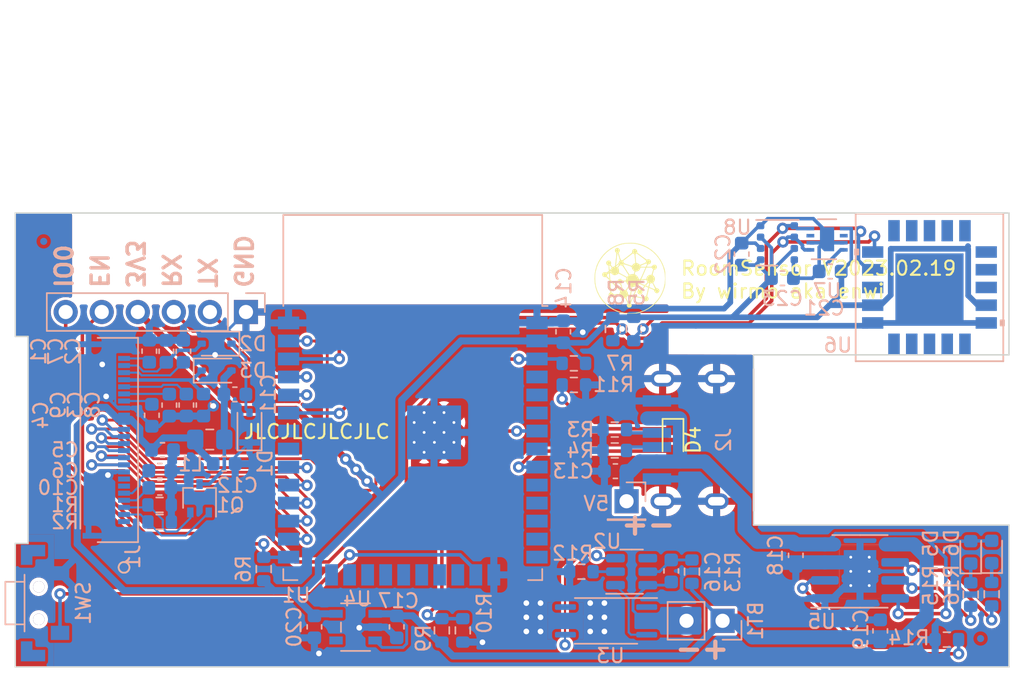
<source format=kicad_pcb>
(kicad_pcb (version 20221018) (generator pcbnew)
  (layers (0 "F.Cu" signal) (31 "B.Cu" signal) (34 "B.Paste" user) (35 "F.Paste" user) (36 "B.SilkS" user "B.Silkscreen") (37 "F.SilkS" user "F.Silkscreen") (38 "B.Mask" user) (39 "F.Mask" user) (44 "Edge.Cuts" user))
  (net 0 "")
  (net 1 "Net-(D1-A)")
  (net 2 "Net-(D2-A)")
  (net 3 "Net-(D3-K)")
  (net 4 "Net-(D3-A)")
  (net 5 "Net-(J2-CC1)")
  (net 6 "Net-(J2-CC2)")
  (net 7 "Net-(Q1-G)")
  (net 8 "Net-(Q1-S)")
  (net 9 "+3V3")
  (net 10 "ESP_EN")
  (net 11 "ESP_SEN_VP")
  (net 12 "ESP_SEN_VN")
  (net 13 "ESP_IO34")
  (net 14 "ESP_IO35")
  (net 15 "ESP_IO32")
  (net 16 "ESP_IO33")
  (net 17 "ESP_IO25")
  (net 18 "ESP_IO26")
  (net 19 "ESP_IO27")
  (net 20 "ESP_IO14")
  (net 21 "ESP_IO13")
  (net 22 "ESP_IO0")
  (net 23 "ESP_IO16")
  (net 24 "ESP_IO19")
  (net 25 "ESP_IO21")
  (net 26 "ESP_RX")
  (net 27 "ESP_TX")
  (net 28 "ESP_IO22")
  (net 29 "ESP_IO23")
  (net 30 "+5V")
  (net 31 "Net-(C1-Pad1)")
  (net 32 "Net-(C2-Pad1)")
  (net 33 "Net-(C3-Pad1)")
  (net 34 "Net-(C4-Pad1)")
  (net 35 "Net-(C6-Pad1)")
  (net 36 "Net-(C9-Pad1)")
  (net 37 "Net-(C10-Pad1)")
  (net 38 "+BATT")
  (net 42 "BUSY")
  (net 43 "DC")
  (net 44 "CS")
  (net 45 "CLK")
  (net 46 "b-")
  (net 47 "-BATT")
  (net 48 "Net-(D5-K)")
  (net 49 "Net-(D6-K)")
  (net 50 "Net-(U2-VCC)")
  (net 51 "Net-(D4-K)")
  (net 52 "Net-(U2-CS)")
  (net 53 "Net-(U5-PROG)")
  (net 54 "Net-(U5-CHRG)")
  (net 55 "Net-(U5-STDBY)")
  (net 67 "Net-(U2-OC)")
  (net 68 "Net-(U2-OD)")
  (footprint "Symbols_Custom:enwi_5mm" (layer "F.Cu") (at 43.3 4.6)
    (fp_text reference "Ref**" hide)
    (fp_text value "Val**" hide)
  )
  (footprint "LED_SMD:LED_0603_1608Metric" (layer "F.Cu") (at 46.333 16 -90)
    (fp_text reference "D4")
    (fp_text value "Red")
  )
  (footprint "Capacitor_SMD:C_0603_1608Metric" (layer "B.Cu") (at 13.26 13.54 -90)
    (fp_text reference "C8")
    (fp_text value "1uF")
  )
  (footprint "Resistor_SMD:R_0603_1608Metric" (layer "B.Cu") (at 42.23 15.27)
    (fp_text reference "R3")
    (fp_text value "100")
  )
  (footprint "ultralibrarian:SCD40-D-R1" (layer "B.Cu") (at 64.4 5.25 90)
    (fp_text reference "U6")
    (fp_text value "SCD40-D-R1" hide)
  )
  (footprint "Diode_SMD:D_SOD-323" (layer "B.Cu") (at 16.5 15.13 90)
    (fp_text reference "D1")
    (fp_text value "1N5819W")
  )
  (footprint "Connector_PinHeader_2.54mm:PinHeader_1x02_P2.54mm_Vertical" (layer "B.Cu") (at 49.825 28.75 90)
    (fp_text reference "BT1")
    (fp_text value "Battery_Cell")
  )
  (footprint "Resistor_SMD:R_0603_1608Metric" (layer "B.Cu") (at 10.17 21.78)
    (fp_text reference "R2")
    (fp_text value "10k")
  )
  (footprint "Resistor_SMD:R_0603_1608Metric" (layer "B.Cu") (at 42.23 16.74)
    (fp_text reference "R4")
    (fp_text value "100")
  )
  (footprint "Capacitor_SMD:C_0603_1608Metric" (layer "B.Cu") (at 42.275 18.2)
    (fp_text reference "C13")
    (fp_text value "10uF")
  )
  (footprint "Capacitor_SMD:C_0603_1608Metric" (layer "B.Cu") (at 57.405 4.12 180)
    (fp_text reference "C21")
    (fp_text value "100n")
  )
  (footprint "Capacitor_SMD:C_0603_1608Metric" (layer "B.Cu") (at 46.2075 25.235052 90)
    (fp_text reference "C16")
    (fp_text value "0.1u")
  )
  (footprint "Capacitor_SMD:C_0603_1608Metric" (layer "B.Cu") (at 9.62 14.26 -90)
    (fp_text reference "C4")
    (fp_text value "1uF")
  )
  (footprint "Capacitor_SMD:C_0603_1608Metric" (layer "B.Cu") (at 15.47 12.79)
    (fp_text reference "C11")
    (fp_text value "4.7uF")
  )
  (footprint "Sensor_Humidity:Sensirion_DFN-8-1EP_2.5x2.5mm_P0.5mm_EP1.1x1.7mm" (layer "B.Cu") (at 57.185 1.85)
    (fp_text reference "U7")
    (fp_text value "SHT31-DIS")
  )
  (footprint "Capacitor_SMD:C_0603_1608Metric" (layer "B.Cu") (at 9.44 9.7425 90)
    (fp_text reference "C1")
    (fp_text value "1uF")
  )
  (footprint "Resistor_SMD:R_0603_1608Metric" (layer "B.Cu") (at 68.780478 26.8725 90)
    (fp_text reference "R16")
    (fp_text value "1k")
  )
  (footprint "Capacitor_SMD:C_0603_1608Metric" (layer "B.Cu") (at 38.6 8.375 90)
    (fp_text reference "C14")
    (fp_text value "100n")
  )
  (footprint "Resistor_SMD:R_0603_1608Metric" (layer "B.Cu") (at 65.625 30.075)
    (fp_text reference "R14")
    (fp_text value "4k")
  )
  (footprint "Resistor_SMD:R_0603_1608Metric" (layer "B.Cu") (at 39.35 10.6)
    (fp_text reference "R7")
    (fp_text value "10k")
  )
  (footprint "Capacitor_SMD:C_0603_1608Metric" (layer "B.Cu") (at 10.18 19.3739)
    (fp_text reference "C10")
    (fp_text value "1uF")
  )
  (footprint "Capacitor_SMD:C_0603_1608Metric" (layer "B.Cu") (at 21.07 29.175 -90)
    (fp_text reference "C20")
    (fp_text value "1u")
  )
  (footprint "ultralibrarian:RT9080-33GJ5" (layer "B.Cu") (at 23.97 29.195 180)
    (fp_text reference "U4")
    (fp_text value "RT9080-33GJ5" hide)
  )
  (footprint "Package_TO_SOT_SMD:SOT-323_SC-70" (layer "B.Cu") (at 12.98 20.11 90)
    (fp_text reference "Q1")
    (fp_text value "SI1308EDL-T1-GE3")
  )
  (footprint "Resistor_SMD:R_0603_1608Metric" (layer "B.Cu") (at 39.8775 25.285052 180)
    (fp_text reference "R12")
    (fp_text value "1k")
  )
  (footprint "Custom:TSB001A3826A" (layer "B.Cu") (at 1.65 27.5 -90)
    (fp_text reference "SW1")
    (fp_text value "SW_Push")
  )
  (footprint "Resistor_SMD:R_0603_1608Metric" (layer "B.Cu") (at 67.305478 26.8975 90)
    (fp_text reference "R15")
    (fp_text value "1k")
  )
  (footprint "Resistor_SMD:R_0603_1608Metric" (layer "B.Cu") (at 42.095 8.18 90)
    (fp_text reference "R8")
    (fp_text value "10k")
  )
  (footprint "Resistor_SMD:R_0603_1608Metric" (layer "B.Cu") (at 30.05 29.425 -90)
    (fp_text reference "R9")
    (fp_text value "47k")
  )
  (footprint "Custom:TYPE-C-31-M-17_B" (layer "B.Cu") (at 49.4 16 -90)
    (fp_text reference "J2")
    (fp_text value "USB_C_Receptacle_PowerOnly_6P")
  )
  (footprint "Package_SO:SOIC-8-1EP_3.9x4.9mm_P1.27mm_EP2.29x3mm_ThermalVias" (layer "B.Cu") (at 59.505478 25.265)
    (fp_text reference "U5")
    (fp_text value "TP4056")
  )
  (footprint "Diode_SMD:D_SOD-323" (layer "B.Cu") (at 14.1775 9.21 180)
    (fp_text reference "D2")
    (fp_text value "1N5819W")
  )
  (footprint "RF_Module:ESP32-WROOM-32D" (layer "B.Cu") (at 28 16 180)
    (fp_text reference "U1")
    (fp_text value "ESP32-WROOM-32D")
  )
  (footprint "Package_LGA:Bosch_LGA-8_3x3mm_P0.8mm_ClockwisePinNumbering" (layer "B.Cu") (at 53.69 2.1 90)
    (fp_text reference "U8")
    (fp_text value "BME680")
  )
  (footprint "ultralibrarian:FH34SRJ-24S-0.5SH50" (layer "B.Cu") (at 6.615 16.0039 90)
    (fp_text reference "J1")
    (fp_text value "FH34SRJ-24S-0.5SH50" hide)
  )
  (footprint "Resistor_SMD:R_0603_1608Metric" (layer "B.Cu") (at 43.57 8.18 90)
    (fp_text reference "R5")
    (fp_text value "10k")
  )
  (footprint "Capacitor_SMD:C_0603_1608Metric" (layer "B.Cu") (at 26.87 29.175 -90)
    (fp_text reference "C17")
    (fp_text value "1u")
  )
  (footprint "Resistor_SMD:R_0603_1608Metric" (layer "B.Cu") (at 10.165 20.58)
    (fp_text reference "R1")
    (fp_text value "0.47")
  )
  (footprint "Capacitor_SMD:C_0603_1608Metric" (layer "B.Cu") (at 14.715 17.68 180)
    (fp_text reference "C12")
    (fp_text value "4.7uF")
  )
  (footprint "Resistor_SMD:R_0603_1608Metric" (layer "B.Cu") (at 17.5 25.1 -90)
    (fp_text reference "R6")
    (fp_text value "10k")
  )
  (footprint "Capacitor_SMD:C_0603_1608Metric" (layer "B.Cu") (at 12.05 13.54 -90)
    (fp_text reference "C3")
    (fp_text value "1uF")
  )
  (footprint "Resistor_SMD:R_0603_1608Metric" (layer "B.Cu") (at 31.525 29.425 90)
    (fp_text reference "R10")
    (fp_text value "47k")
  )
  (footprint "Package_TO_SOT_SMD:SOT-23-6" (layer "B.Cu") (at 43.4175 25.285052)
    (fp_text reference "U2")
    (fp_text value "DW01-P")
  )
  (footprint "Capacitor_SMD:C_0603_1608Metric" (layer "B.Cu") (at 11.84 9.75 90)
    (fp_text reference "C2")
    (fp_text value "1uF")
  )
  (footprint "LED_SMD:LED_0603_1608Metric" (layer "B.Cu") (at 68.780478 23.8975 90)
    (fp_text reference "D6")
    (fp_text value "Green")
  )
  (footprint "Capacitor_SMD:C_0603_1608Metric" (layer "B.Cu") (at 54.04 4.6)
    (fp_text reference "C23")
    (fp_text value "100n")
  )
  (footprint "Resistor_SMD:R_0603_1608Metric" (layer "B.Cu") (at 39.35 12.12 180)
    (fp_text reference "R11")
    (fp_text value "1k5")
  )
  (footprint "Resistor_SMD:R_0603_1608Metric" (layer "B.Cu") (at 47.6675 25.285052 -90)
    (fp_text reference "R13")
    (fp_text value "100")
  )
  (footprint "Package_SO:TSSOP-8_4.4x3mm_P0.65mm" (layer "B.Cu") (at 41.6175 28.755052 180)
    (fp_text reference "U3")
    (fp_text value "CEG8205A")
  )
  (footprint "Inductor_SMD:L_0805_2012Metric_Pad1.15x1.40mm_HandSolder" (layer "B.Cu") (at 13.7 15.97 180)
    (fp_text reference "L1")
    (fp_text value "L_Small")
  )
  (footprint "LED_SMD:LED_0603_1608Metric" (layer "B.Cu") (at 67.305478 23.9225 90)
    (fp_text reference "D5")
    (fp_text value "Blue")
  )
  (footprint "Diode_SMD:D_SOD-323" (layer "B.Cu") (at 14.1775 11.11)
    (fp_text reference "D3")
    (fp_text value "1N5819W")
  )
  (footprint "Fiducial:Fiducial_0.5mm_Mask1mm" (layer "B.Cu") (at 2 2 180)
    (fp_text reference "FID1" hide)
    (fp_text value "Fiducial")
  )
  (footprint "Capacitor_SMD:C_0603_1608Metric" (layer "B.Cu") (at 10.18 18.17)
    (fp_text reference "C6")
    (fp_text value "1uF")
  )
  (footprint "Capacitor_SMD:C_0603_1608Metric" (layer "B.Cu") (at 54.980478 24.135 -90)
    (fp_text reference "C18")
    (fp_text value "1u")
  )
  (footprint "Capacitor_SMD:C_0603_1608Metric" (layer "B.Cu") (at 10.64 9.75 90)
    (fp_text reference "C7")
    (fp_text value "1uF")
  )
  (footprint "Connector_PinSocket_2.54mm:PinSocket_1x06_P2.54mm_Vertical" (layer "B.Cu") (at 16.25 6.98 90)
    (fp_text reference "J3" hide)
    (fp_text value "programming")
  )
  (footprint "Capacitor_SMD:C_0603_1608Metric" (layer "B.Cu") (at 10.85 13.545 -90)
    (fp_text reference "C9")
    (fp_text value "1uF")
  )
  (footprint "Capacitor_SMD:C_0603_1608Metric" (layer "B.Cu") (at 51.17 2.9 90)
    (fp_text reference "C22")
    (fp_text value "100n")
  )
  (footprint "Fiducial:Fiducial_0.5mm_Mask1mm" (layer "B.Cu") (at 68 30 180)
    (fp_text reference "FID2" hide)
    (fp_text value "Fiducial")
  )
  (footprint "Capacitor_SMD:C_0603_1608Metric" (layer "B.Cu") (at 10.37 16.71)
    (fp_text reference "C5")
    (fp_text value "1uF")
  )
  (footprint "Capacitor_SMD:C_0603_1608Metric" (layer "B.Cu") (at 60.930478 29.46 90)
    (fp_text reference "C19")
    (fp_text value "1u")
  )
  (footprint "Connector_PinHeader_2.54mm:PinHeader_1x01_P2.54mm_Vertical" (layer "B.Cu") (at 43.06 20.32 180)
    (fp_text reference "J4" hide)
    (fp_text value "external supply")
  )
  (gr_line (start 52 10) (end 52 22) (stroke (width 0.1)) (layer "Edge.Cuts"))
  (gr_line (start 70 22) (end 70 32) (stroke (width 0.1)) (layer "Edge.Cuts"))
  (gr_line (start 0.9 8.7) (end 0 8.7) (stroke (width 0.1)) (layer "Edge.Cuts"))
  (gr_line (start 52 22) (end 70 22) (stroke (width 0.1)) (layer "Edge.Cuts"))
  (gr_line (start 0 0) (end 70 0) (stroke (width 0.1)) (layer "Edge.Cuts"))
  (gr_line (start 0.9 8.7) (end 0.9 23.3) (stroke (width 0.1)) (layer "Edge.Cuts"))
  (gr_line (start 52 10) (end 70 10) (stroke (width 0.1)) (layer "Edge.Cuts"))
  (gr_line (start 0 8.7) (end 0 0) (stroke (width 0.1)) (layer "Edge.Cuts"))
  (gr_line (start 0.9 23.3) (end 0 23.3) (stroke (width 0.1)) (layer "Edge.Cuts"))
  (gr_line (start 70 0) (end 70 10) (stroke (width 0.1)) (layer "Edge.Cuts"))
  (gr_line (start 70 32) (end 0 32) (stroke (width 0.1)) (layer "Edge.Cuts"))
  (gr_line (start 0 23.3) (end 0 32) (stroke (width 0.1)) (layer "Edge.Cuts"))
  (gr_text "+-" (at 42.53 21.26 180) (layer "B.SilkS") (effects (font (size 1.5 1.5) (thickness 0.3) bold) (justify left bottom mirror)))
  (gr_text "RX" (at 10.2575 5.4 270) (layer "B.SilkS") (effects (font (size 1.2 1.2) (thickness 0.25) bold) (justify left bottom mirror)))
  (gr_text "EN" (at 5.1775 5.4 270) (layer "B.SilkS") (effects (font (size 1.2 1.2) (thickness 0.25) bold) (justify left bottom mirror)))
  (gr_text "+-" (at 50.44 31.56) (layer "B.SilkS") (effects (font (size 1.5 1.5) (thickness 0.3) bold) (justify left bottom mirror)))
  (gr_text "GND" (at 15.3375 5.4 270) (layer "B.SilkS") (effects (font (size 1.2 1.2) (thickness 0.25) bold) (justify left bottom mirror)))
  (gr_text "TX" (at 12.7975 5.4 270) (layer "B.SilkS") (effects (font (size 1.2 1.2) (thickness 0.25) bold) (justify left bottom mirror)))
  (gr_text "IO0" (at 2.6375 5.4 -90) (layer "B.SilkS") (effects (font (size 1.2 1.2) (thickness 0.25) bold) (justify left bottom mirror)))
  (gr_text "3V3" (at 7.7175 5.4 270) (layer "B.SilkS") (effects (font (size 1.2 1.2) (thickness 0.25) bold) (justify left bottom mirror)))
  (gr_text "5V" (at 41.93 21.07) (layer "B.SilkS") (effects (font (size 1 1)) (justify left bottom mirror)))
  (gr_text "JLCJLCJLCJLC" (at 16 16) (layer "F.SilkS") (effects (font (size 1 1)) (justify left bottom)))
  (gr_text "RoomSensor V2023.02.19\nBy wirmo aka enwi" (at 46.802976 6.095945) (layer "F.SilkS") (effects (font (size 1 1)) (justify left bottom)))
  (segment (start 16.245 12.79) (end 16.245 13.825) (width 0.2) (layer "B.Cu") (net 1))
  (segment (start 16.245 13.825) (end 16.5 14.08) (width 0.2) (layer "B.Cu") (net 1))
  (segment (start 16.245 10.2275) (end 16.245 12.79) (width 0.2) (layer "B.Cu") (net 1))
  (segment (start 15.2275 9.21) (end 16.245 10.2275) (width 0.2) (layer "B.Cu") (net 1))
  (segment (start 11.488 9.677) (end 10.64 10.525) (width 0.25) (layer "B.Cu") (net 2))
  (segment (start 7.660007 10.7539) (end 7.637808 10.731701) (width 0.2) (layer "B.Cu") (net 2))
  (segment (start 12.6605 9.677) (end 11.488 9.677) (width 0.25) (layer "B.Cu") (net 2))
  (segment (start 8.597531 10.7539) (end 9.013131 11.1695) (width 0.15) (layer "B.Cu") (net 2))
  (segment (start 9.013131 11.1695) (end 9.9955 11.1695) (width 0.15) (layer "B.Cu") (net 2))
  (segment (start 7.660007 10.7539) (end 8.597531 10.7539) (width 0.15) (layer "B.Cu") (net 2))
  (segment (start 13.1275 9.21) (end 12.6605 9.677) (width 0.25) (layer "B.Cu") (net 2))
  (segment (start 9.9955 11.1695) (end 10.64 10.525) (width 0.15) (layer "B.Cu") (net 2))
  (segment (start 12.2685 11.7735) (end 13.26 12.765) (width 0.25) (layer "B.Cu") (net 3))
  (segment (start 13.1275 12.6325) (end 13.26 12.765) (width 0.15) (layer "B.Cu") (net 3))
  (segment (start 12.2685 11.7735) (end 12.464 11.7735) (width 0.25) (layer "B.Cu") (net 3))
  (segment (start 7.660007 11.753901) (end 7.679606 11.7735) (width 0.25) (layer "B.Cu") (net 3))
  (segment (start 7.679606 11.7735) (end 12.2685 11.7735) (width 0.25) (layer "B.Cu") (net 3))
  (segment (start 12.464 11.7735) (end 13.1275 11.11) (width 0.25) (layer "B.Cu") (net 3))
  (segment (start 13.128869 12.765) (end 13.26 12.765) (width 0.15) (layer "B.Cu") (net 3))
  (segment (start 14.725 15.97) (end 14.725 18.04458) (width 0.25) (layer "B.Cu") (net 4))
  (segment (start 13.65958 19.11) (end 12.98 19.11) (width 0.25) (layer "B.Cu") (net 4))
  (segment (start 14.725 15.97) (end 14.725 12.82) (width 0.5) (layer "B.Cu") (net 4))
  (segment (start 14.725 12.82) (end 14.695 12.79) (width 0.2) (layer "B.Cu") (net 4))
  (segment (start 14.725 18.04458) (end 13.65958 19.11) (width 0.25) (layer "B.Cu") (net 4))
  (segment (start 14.695 11.6425) (end 15.2275 11.11) (width 0.5) (layer "B.Cu") (net 4))
  (segment (start 14.695 12.79) (end 14.695 11.6425) (width 0.5) (layer "B.Cu") (net 4))
  (segment (start 43.285 15.5) (end 43.055 15.27) (width 0.25) (layer "B.Cu") (net 5))
  (segment (start 45.2 15.5) (end 43.285 15.5) (width 0.25) (layer "B.Cu") (net 5))
  (segment (start 45.2 16.5) (end 43.295 16.5) (width 0.25) (layer "B.Cu") (net 6))
  (segment (start 43.295 16.5) (end 43.055 16.74) (width 0.25) (layer "B.Cu") (net 6))
  (segment (start 7.660007 21.2539) (end 8.8189 21.2539) (width 0.15) (layer "B.Cu") (net 7))
  (segment (start 9.345 21.78) (end 10.299 22.734) (width 0.15) (layer "B.Cu") (net 7))
  (segment (start 10.299 22.734) (end 12.006 22.734) (width 0.15) (layer "B.Cu") (net 7))
  (segment (start 12.006 22.734) (end 13.63 21.11) (width 0.15) (layer "B.Cu") (net 7))
  (segment (start 8.8189 21.2539) (end 9.345 21.78) (width 0.15) (layer "B.Cu") (net 7))
  (segment (start 12.33 21.51) (end 12.33 21.11) (width 0.15) (layer "B.Cu") (net 8))
  (segment (start 9.34 20.58) (end 10.393 21.633) (width 0.15) (layer "B.Cu") (net 8))
  (segment (start 7.660007 20.753901) (end 9.166099 20.753901) (width 0.15) (layer "B.Cu") (net 8))
  (segment (start 10.393 21.633) (end 10.393 22.221514) (width 0.15) (layer "B.Cu") (net 8))
  (segment (start 11.383 22.457) (end 12.33 21.51) (width 0.15) (layer "B.Cu") (net 8))
  (segment (start 10.393 22.221514) (end 10.628486 22.457) (width 0.15) (layer "B.Cu") (net 8))
  (segment (start 9.166099 20.753901) (end 9.34 20.58) (width 0.15) (layer "B.Cu") (net 8))
  (segment (start 10.628486 22.457) (end 11.383 22.457) (width 0.15) (layer "B.Cu") (net 8))
  (segment (start 15.5 13.85) (end 8.63 6.98) (width 0.5) (layer "F.Cu") (net 9))
  (segment (start 19.775 13.85) (end 15.5 13.85) (width 0.5) (layer "F.Cu") (net 9))
  (segment (start 24 18.125) (end 24.775 18.9) (width 0.5) (layer "F.Cu") (net 9))
  (segment (start 24 18.075) (end 24 18.125) (width 0.5) (layer "F.Cu") (net 9))
  (segment (start 23.275 17.35) (end 19.775 13.85) (width 0.5) (layer "F.Cu") (net 9))
  (segment (start 23.275 17.35) (end 24 18.075) (width 0.5) (layer "F.Cu") (net 9))
  (via (at 24 18.075) (size 0.8) (drill 0.4) (layers "F.Cu" "B.Cu") (net 9))
  (via (at 24.775 18.9) (size 0.8) (drill 0.4) (layers "F.Cu" "B.Cu") (net 9))
  (via (at 23.275 17.35) (size 0.8) (drill 0.4) (layers "F.Cu" "B.Cu") (net 9))
  (segment (start 23.275 17.35) (end 24 18.075) (width 0.5) (layer "B.Cu") (net 9))
  (segment (start 18.2 26.625) (end 17.5 25.925) (width 0.5) (layer "B.Cu") (net 9))
  (segment (start 60.9597 6.5) (end 61.6727 5.787) (width 0.4) (layer "B.Cu") (net 9))
  (segment (start 24.775 18.9) (end 24.775 18.85) (width 0.5) (layer "B.Cu") (net 9))
  (segment (start 27.223 13.193) (end 31.396 9.02) (width 0.5) (layer "B.Cu") (net 9))
  (segment (start 60.4 6.5) (end 60.9597 6.5) (width 0.4) (layer "B.Cu") (net 9))
  (segment (start 53.265 2.4625) (end 53.265 4.6) (width 0.25) (layer "B.Cu") (net 9))
  (segment (start 53.265 4.6) (end 53.265 4.1125) (width 0.25) (layer "B.Cu") (net 9))
  (segment (start 12.675 16.415) (end 13.94 17.68) (width 0.5) (layer "B.Cu") (net 9))
  (segment (start 61.6727 2.5227) (end 67.11 2.5227) (width 0.4) (layer "B.Cu") (net 9))
  (segment (start 12.563 15.858) (end 12.675 15.97) (width 0.5) (layer "B.Cu") (net 9))
  (segment (start 52.2875 5.5775) (end 53.265 4.6) (width 0.4) (layer "B.Cu") (net 9))
  (segment (start 4.363907 15.011093) (end 5.668868 13.706132) (width 0.5) (layer "B.Cu") (net 9))
  (segment (start 67.1273 5.8173) (end 67.81 6.5) (width 0.4) (layer "B.Cu") (net 9))
  (segment (start 12.675 15.97) (end 12.675 16.415) (width 0.15) (layer "B.Cu") (net 9))
  (segment (start 50.51 7.355) (end 52.2875 5.5775) (width 0.4) (layer "B.Cu") (net 9))
  (segment (start 31.396 9.02) (end 36.75 9.02) (width 0.5) (layer "B.Cu") (net 9))
  (segment (start 22.594849 28.2552) (end 21.2148 28.2552) (width 0.5) (layer "B.Cu") (net 9))
  (segment (start 18.2 26.625) (end 7.654808 26.625) (width 0.5) (layer "B.Cu") (net 9))
  (segment (start 21.35 24.486) (end 25.718 20.118) (width 0.5) (layer "B.Cu") (net 9))
  (segment (start 58.895 1.11) (end 58.895 3.405) (width 0.25) (layer "B.Cu") (net 9))
  (segment (start 7.660007 14.55) (end 8.125207 14.55) (width 0.5) (layer "B.Cu") (net 9))
  (segment (start 21.35 25.62) (end 21.35 24.486) (width 0.5) (layer "B.Cu") (net 9))
  (segment (start 52.5025 1.7) (end 53.265 2.4625) (width 0.25) (layer "B.Cu") (net 9))
  (segment (start 21.2148 28.2552) (end 21.07 28.4) (width 0.5) (layer "B.Cu") (net 9))
  (segment (start 67.11 2.3327) (end 67.1273 2.35) (width 0.4) (layer "B.Cu") (net 9))
  (segment (start 58.195 5.655) (end 57.54 6.31) (width 0.4) (layer "B.Cu") (net 9))
  (segment (start 20.345 26.625) (end 21.35 25.62) (width 0.5) (layer "B.Cu") (net 9))
  (segment (start 6.406132 13.706132) (end 7.25 14.55) (width 0.5) (layer "B.Cu") (net 9))
  (segment (start 7.660007 14.55) (end 7.660007 14.7539) (width 0.25) (layer "B.Cu") (net 9))
  (segment (start 58.895 3.405) (end 58.18 4.12) (width 0.25) (layer "B.Cu") (net 9))
  (segment (start 50.47 7.355) (end 50.51 7.355) (width 0.4) (layer "B.Cu") (net 9))
  (segment (start 10.447 15.858) (end 12.563 15.858) (width 0.5) (layer "B.Cu") (net 9))
  (segment (start 58.885 1.1) (end 58.895 1.11) (width 0.25) (layer "B.Cu") (net 9))
  (segment (start 42.051634 7.355) (end 42.095 7.355) (width 0.4) (layer "B.Cu") (net 9))
  (segment (start 38.6 9.15) (end 40.256634 9.15) (width 0.4) (layer "B.Cu") (net 9))
  (segment (start 8.125207 14.55) (end 8.768 15.192793) (width 0.5) (layer "B.Cu") (net 9))
  (segment (start 38.6 9.15) (end 38.725 9.15) (width 0.25) (layer "B.Cu") (net 9))
  (segment (start 36.75 9.02) (end 38.47 9.02) (width 0.5) (layer "B.Cu") (net 9))
  (segment (start 19.295 26.625) (end 21.07 28.4) (width 0.5) (layer "B.Cu") (net 9))
  (segment (start 40.256634 9.15) (end 42.051634 7.355) (width 0.4) (layer "B.Cu") (net 9))
  (segment (start 60.4 6.5) (end 57.35 6.5) (width 0.4) (layer "B.Cu") (net 9))
  (segment (start 51.17 3.675) (end 52.1275 3.675) (width 0.25) (layer "B.Cu") (net 9))
  (segment (start 58.195 4.135) (end 58.18 4.12) (width 0.4) (layer "B.Cu") (net 9))
  (segment (start 67.1273 2.54) (end 67.1273 5.8173) (width 0.4) (layer "B.Cu") (net 9))
  (segment (start 43.57 7.355) (end 50.47 7.355) (width 0.4) (layer "B.Cu") (net 9))
  (segment (start 38.725 9.15) (end 40.175 10.6) (width 0.25) (layer "B.Cu") (net 9))
  (segment (start 9.595 16.71) (end 10.447 15.858) (width 0.5) (layer "B.Cu") (net 9))
  (segment (start 53.265 4.1125) (end 54.8775 2.5) (width 0.25) (layer "B.Cu") (net 9))
  (segment (start 4.363907 23.334099) (end 4.363907 15.011093) (width 0.5) (layer "B.Cu") (net 9))
  (segment (start 25.718 20.118) (end 27.223 18.613) (width 0.5) (layer "B.Cu") (net 9))
  (segment (start 67.81 6.5) (end 68.4 6.5) (width 0.4) (layer "B.Cu") (net 9))
  (segment (start 56.495 7.355) (end 57.125 6.725) (width 0.4) (layer "B.Cu") (net 9))
  (segment (start 8.768 15.883) (end 9.595 16.71) (width 0.5) (layer "B.Cu") (net 9))
  (segment (start 24.775 18.85) (end 24 18.075) (width 0.5) (layer "B.Cu") (net 9))
  (segment (start 38.47 9.02) (end 38.6 9.15) (width 0.5) (layer "B.Cu") (net 9))
  (segment (start 51.17 3.675) (end 52.34 3.675) (width 0.25) (layer "B.Cu") (net 9))
  (segment (start 57.35 6.5) (end 57.125 6.725) (width 0.4) (layer "B.Cu") (net 9))
  (segment (start 24.775 18.9) (end 25.718 19.843) (width 0.5) (layer "B.Cu") (net 9))
  (segment (start 58.36 1.1) (end 58.885 1.1) (width 0.25) (layer "B.Cu") (net 9))
  (segment (start 61.6727 5.787) (end 61.6727 2.5227) (width 0.4) (layer "B.Cu") (net 9))
  (segment (start 8.768 15.192793) (end 8.768 15.883) (width 0.5) (layer "B.Cu") (net 9))
  (segment (start 52.34 3.675) (end 53.265 4.6) (width 0.25) (layer "B.Cu") (net 9))
  (segment (start 42.095 7.355) (end 43.57 7.355) (width 0.4) (layer "B.Cu") (net 9))
  (segment (start 50.47 7.355) (end 56.495 7.355) (width 0.4) (layer "B.Cu") (net 9))
  (segment (start 5.668868 13.706132) (end 6.406132 13.706132) (width 0.5) (layer "B.Cu") (net 9))
  (segment (start 19.295 26.625) (end 20.345 26.625) (width 0.5) (layer "B.Cu") (net 9))
  (segment (start 25.718 19.843) (end 25.718 20.118) (width 0.5) (layer "B.Cu") (net 9))
  (segment (start 18.2 26.625) (end 19.295 26.625) (width 0.5) (layer "B.Cu") (net 9))
  (segment (start 7.660007 14.253901) (end 7.660007 14.55) (width 0.25) (layer "B.Cu") (net 9))
  (segment (start 7.654808 26.625) (end 4.363907 23.334099) (width 0.5) (layer "B.Cu") (net 9))
  (segment (start 57.125 6.725) (end 57.54 6.31) (width 0.4) (layer "B.Cu") (net 9))
  (segment (start 27.223 18.613) (end 27.223 13.193) (width 0.5) (layer "B.Cu") (net 9))
  (segment (start 52.1275 3.675) (end 52.5025 3.3) (width 0.25) (layer "B.Cu") (net 9))
  (segment (start 58.195 5.655) (end 58.195 4.135) (width 0.4) (layer "B.Cu") (net 9))
  (segment (start 7.25 14.55) (end 7.660007 14.55) (width 0.5) (layer "B.Cu") (net 9))
  (segment (start 6.09 6.98) (end 4.727047 8.342953) (width 0.25) (layer "F.Cu") (net 10))
  (segment (start 9.15 22.6) (end 17.697068 22.6) (width 0.25) (layer "F.Cu") (net 10))
  (segment (start 4.727047 8.342953) (end 4.727047 18.177047) (width 0.25) (layer "F.Cu") (net 10))
  (segment (start 4.727047 18.177047) (end 9.15 22.6) (width 0.25) (layer "F.Cu") (net 10))
  (segment (start 19.697068 24.6) (end 22.075 24.6) (width 0.25) (layer "F.Cu") (net 10))
  (segment (start 27.548 14.452) (end 31.7 10.3) (width 0.25) (layer "F.Cu") (net 10))
  (segment (start 27.548 19.127) (end 27.548 14.452) (width 0.25) (layer "F.Cu") (net 10))
  (segment (start 31.7 10.3) (end 35.475 10.3) (width 0.25) (layer "F.Cu") (net 10))
  (segment (start 22.075 24.6) (end 27.548 19.127) (width 0.25) (layer "F.Cu") (net 10))
  (segment (start 17.697068 22.6) (end 19.697068 24.6) (width 0.25) (layer "F.Cu") (net 10))
  (via (at 35.475 10.3) (size 0.8) (drill 0.4) (layers "F.Cu" "B.Cu") (net 10))
  (segment (start 36.74 10.3) (end 36.75 10.29) (width 0.25) (layer "B.Cu") (net 10))
  (segment (start 38.215 10.29) (end 38.525 10.6) (width 0.25) (layer "B.Cu") (net 10))
  (segment (start 35.475 10.3) (end 36.74 10.3) (width 0.25) (layer "B.Cu") (net 10))
  (segment (start 36.75 10.29) (end 38.215 10.29) (width 0.25) (layer "B.Cu") (net 10))
  (segment (start 35.325 15.375) (end 34.575 15.375) (width 0.25) (layer "F.Cu") (net 14))
  (segment (start 29.024069 28.325931) (end 30.05 27.3) (width 0.25) (layer "F.Cu") (net 14))
  (segment (start 30.05 27.3) (end 30.05 19.9) (width 0.25) (layer "F.Cu") (net 14))
  (segment (start 34.575 15.375) (end 30.05 19.9) (width 0.25) (layer "F.Cu") (net 14))
  (via (at 29.024069 28.325931) (size 0.8) (drill 0.4) (layers "F.Cu" "B.Cu") (net 14))
  (via (at 35.325 15.375) (size 0.8) (drill 0.4) (layers "F.Cu" "B.Cu") (net 14))
  (segment (start 36.75 15.37) (end 35.33 15.37) (width 0.25) (layer "B.Cu") (net 14))
  (segment (start 29.298138 28.6) (end 29.024069 28.325931) (width 0.25) (layer "B.Cu") (net 14))
  (segment (start 30.05 28.6) (end 29.298138 28.6) (width 0.25) (layer "B.Cu") (net 14))
  (segment (start 35.33 15.37) (end 35.325 15.375) (width 0.25) (layer "B.Cu") (net 14))
  (segment (start 30.05 28.6) (end 31.525 28.6) (width 0.25) (layer "B.Cu") (net 14))
  (segment (start 46.333 16.7875) (end 36.5825 16.7875) (width 0.25) (layer "F.Cu") (net 16))
  (segment (start 36.5825 16.7875) (end 35.46 17.91) (width 0.25) (layer "F.Cu") (net 16))
  (via (at 35.46 17.91) (size 0.8) (drill 0.4) (layers "F.Cu" "B.Cu") (net 16))
  (segment (start 35.46 17.91) (end 36.75 17.91) (width 0.25) (layer "B.Cu") (net 16))
  (segment (start 3.15 26.85) (end 20.8 26.85) (width 0.25) (layer "F.Cu") (net 21))
  (segment (start 20.8 26.85) (end 23.55 24.1) (width 0.25) (layer "F.Cu") (net 21))
  (via (at 3.15 26.85) (size 0.8) (drill 0.4) (layers "F.Cu" "B.Cu") (net 21))
  (via (at 23.55 24.1) (size 0.8) (drill 0.4) (layers "F.Cu" "B.Cu") (net 21))
  (segment (start 32.44 25.51) (end 32.44 25.21) (width 0.25) (layer "B.Cu") (net 21))
  (segment (start 3.15 29.6) (end 3.15 26.85) (width 0.25) (layer "B.Cu") (net 21))
  (segment (start 31.33 24.1) (end 23.55 24.1) (width 0.25) (layer "B.Cu") (net 21))
  (segment (start 32.44 25.21) (end 31.33 24.1) (width 0.25) (layer "B.Cu") (net 21))
  (segment (start 9.341842 23.325) (end 17.5 23.325) (width 0.25) (layer "F.Cu") (net 22))
  (segment (start 3.55 17.533158) (end 9.341842 23.325) (width 0.25) (layer "F.Cu") (net 22))
  (segment (start 3.55 6.98) (end 3.55 17.533158) (width 0.25) (layer "F.Cu") (net 22))
  (via (at 17.5 23.325) (size 0.8) (drill 0.4) (layers "F.Cu" "B.Cu") (net 22))
  (segment (start 19.235 24.275) (end 19.25 24.26) (width 0.25) (layer "B.Cu") (net 22))
  (segment (start 17.5 24.275) (end 19.235 24.275) (width 0.25) (layer "B.Cu") (net 22))
  (segment (start 17.5 23.325) (end 17.5 24.275) (width 0.25) (layer "B.Cu") (net 22))
  (segment (start 18.106 18.931) (end 9.493656 18.931) (width 0.2) (layer "F.Cu") (net 23))
  (segment (start 20.55 21.7) (end 20.55 21.375) (width 0.2) (layer "F.Cu") (net 23))
  (segment (start 9.493656 18.931) (end 7.690055 17.127399) (width 0.2) (layer "F.Cu") (net 23))
  (segment (start 7.690055 17.127399) (end 6.063578 17.127399) (width 0.2) (layer "F.Cu") (net 23))
  (segment (start 20.55 21.375) (end 18.106 18.931) (width 0.2) (layer "F.Cu") (net 23))
  (via (at 6.063578 17.127399) (size 0.8) (drill 0.4) (layers "F.Cu" "B.Cu") (net 23))
  (via (at 20.55 21.7) (size 0.8) (drill 0.4) (layers "F.Cu" "B.Cu") (net 23))
  (segment (start 19.25 21.72) (end 20.53 21.72) (width 0.2) (layer "B.Cu") (net 23))
  (segment (start 7.660007 17.2539) (end 6.190079 17.2539) (width 0.2) (layer "B.Cu") (net 23))
  (segment (start 6.190079 17.2539) (end 6.063578 17.127399) (width 0.2) (layer "B.Cu") (net 23))
  (segment (start 20.53 21.72) (end 20.55 21.7) (width 0.2) (layer "B.Cu") (net 23))
  (segment (start 54.08 2.04) (end 60.12 2.04) (width 0.25) (layer "F.Cu") (net 25))
  (segment (start 23.625 8.377) (end 24.25 7.752) (width 0.25) (layer "F.Cu") (net 25))
  (segment (start 22.825 14.125) (end 23.625 13.325) (width 0.25) (layer "F.Cu") (net 25))
  (segment (start 42.326399 7.752) (end 42.749129 8.17473) (width 0.25) (layer "F.Cu") (net 25))
  (segment (start 23.625 13.325) (end 23.625 8.377) (width 0.25) (layer "F.Cu") (net 25))
  (segment (start 44.490496 8.828978) (end 43.403377 8.828978) (width 0.25) (layer "F.Cu") (net 25))
  (segment (start 51.711158 7.752) (end 45.567474 7.752) (width 0.25) (layer "F.Cu") (net 25))
  (segment (start 60.12 2.04) (end 60.53 1.63) (width 0.25) (layer "F.Cu") (net 25))
  (segment (start 53.287 2.833) (end 54.08 2.04) (width 0.25) (layer "F.Cu") (net 25))
  (segment (start 24.25 7.752) (end 42.326399 7.752) (width 0.25) (layer "F.Cu") (net 25))
  (segment (start 43.403377 8.828978) (end 42.749129 8.17473) (width 0.25) (layer "F.Cu") (net 25))
  (segment (start 53.287 6.176158) (end 53.287 2.833) (width 0.25) (layer "F.Cu") (net 25))
  (segment (start 51.711158 7.752) (end 53.287 6.176158) (width 0.25) (layer "F.Cu") (net 25))
  (segment (start 45.567474 7.752) (end 44.490496 8.828978) (width 0.25) (layer "F.Cu") (net 25))
  (via (at 22.825 14.125) (size 0.8) (drill 0.4) (layers "F.Cu" "B.Cu") (net 25))
  (via (at 54.08 2.04) (size 0.8) (drill 0.4) (layers "F.Cu" "B.Cu") (net 25))
  (via (at 42.749129 8.17473) (size 0.8) (drill 0.4) (layers "F.Cu" "B.Cu") (net 25))
  (via (at 60.53 1.63) (size 0.8) (drill 0.4) (layers "F.Cu" "B.Cu") (net 25))
  (segment (start 55.455 2.2775) (end 54.8775 1.7) (width 0.25) (layer "B.Cu") (net 25))
  (segment (start 60.53 1.63) (end 60.53 2.62) (width 0.25) (layer "B.Cu") (net 25))
  (segment (start 60.4 1.76) (end 60.53 1.63) (width 0.25) (layer "B.Cu") (net 25))
  (segment (start 56.01 2.6) (end 55.606 2.6) (width 0.25) (layer "B.Cu") (net 25))
  (segment (start 55.606 2.6) (end 55.455 2.449) (width 0.25) (layer "B.Cu") (net 25))
  (segment (start 42.095 8.828859) (end 42.749129 8.17473) (width 0.25) (layer "B.Cu") (net 25))
  (segment (start 54.8775 1.7) (end 54.42 1.7) (width 0.25) (layer "B.Cu") (net 25))
  (segment (start 19.25 14.1) (end 22.8 14.1) (width 0.25) (layer "B.Cu") (net 25))
  (segment (start 60.53 2.62) (end 60.4 2.75) (width 0.25) (layer "B.Cu") (net 25))
  (segment (start 55.455 2.449) (end 55.455 2.2775) (width 0.25) (layer "B.Cu") (net 25))
  (segment (start 42.095 9.005) (end 42.095 8.828859) (width 0.25) (layer "B.Cu") (net 25))
  (segment (start 54.42 1.7) (end 54.08 2.04) (width 0.25) (layer "B.Cu") (net 25))
  (segment (start 22.8 14.1) (end 22.825 14.125) (width 0.2) (layer "B.Cu") (net 25))
  (segment (start 14.464079 8.314079) (end 18.975 12.825) (width 0.25) (layer "F.Cu") (net 26))
  (segment (start 11.17 6.98) (end 12.504079 8.314079) (width 0.25) (layer "F.Cu") (net 26))
  (segment (start 12.504079 8.314079) (end 14.464079 8.314079) (width 0.25) (layer "F.Cu") (net 26))
  (segment (start 18.975 12.825) (end 20.525 12.825) (width 0.25) (layer "F.Cu") (net 26))
  (via (at 20.525 12.825) (size 0.8) (drill 0.4) (layers "F.Cu" "B.Cu") (net 26))
  (segment (start 19.25 12.83) (end 20.52 12.83) (width 0.25) (layer "B.Cu") (net 26))
  (segment (start 20.52 12.83) (end 20.525 12.825) (width 0.25) (layer "B.Cu") (net 26))
  (segment (start 20.525 11.55) (end 18.28 11.55) (width 0.25) (layer "F.Cu") (net 27))
  (segment (start 18.28 11.55) (end 13.71 6.98) (width 0.25) (layer "F.Cu") (net 27))
  (via (at 20.525 11.55) (size 0.8) (drill 0.4) (layers "F.Cu" "B.Cu") (net 27))
  (segment (start 20.515 11.56) (end 20.525 11.55) (width 0.25) (layer "B.Cu") (net 27))
  (segment (start 19.25 11.56) (end 20.515 11.56) (width 0.25) (layer "B.Cu") (net 27))
  (segment (start 24.093842 7.375) (end 45.22 7.375) (width 0.25) (layer "F.Cu") (net 28))
  (segment (start 51.555 7.375) (end 52.91 6.02) (width 0.25) (layer "F.Cu") (net 28))
  (segment (start 59.333494 1.08) (end 59.5465 1.293006) (width 0.25) (layer "F.Cu") (net 28))
  (segment (start 52.91 2.22) (end 54.05 1.08) (width 0.25) (layer "F.Cu") (net 28))
  (segment (start 45.22 7.375) (end 45.022406 7.375) (width 0.25) (layer "F.Cu") (net 28))
  (segment (start 51.555 7.375) (end 45.22 7.375) (width 0.25) (layer "F.Cu") (net 28))
  (segment (start 52.91 6.02) (end 52.91 2.22) (width 0.25) (layer "F.Cu") (net 28))
  (segment (start 22.825 10.275) (end 22.825 8.643842) (width 0.25) (layer "F.Cu") (net 28))
  (segment (start 22.825 8.643842) (end 24.093842 7.375) (width 0.25) (layer "F.Cu") (net 28))
  (segment (start 45.022406 7.375) (end 44.220428 8.176978) (width 0.25) (layer "F.Cu") (net 28))
  (segment (start 54.05 1.08) (end 59.333494 1.08) (width 0.25) (layer "F.Cu") (net 28))
  (via (at 44.220428 8.176978) (size 0.8) (drill 0.4) (layers "F.Cu" "B.Cu") (net 28))
  (via (at 22.825 10.275) (size 0.8) (drill 0.4) (layers "F.Cu" "B.Cu") (net 28))
  (via (at 59.5465 1.293006) (size 0.8) (drill 0.4) (layers "F.Cu" "B.Cu") (net 28))
  (via (at 54.05 1.08) (size 0.8) (drill 0.4) (layers "F.Cu" "B.Cu") (net 28))
  (segment (start 56.01 1.1) (end 55.0775 1.1) (width 0.25) (layer "B.Cu") (net 28))
  (segment (start 59.3987 3.3416) (end 60.0571 4) (width 0.25) (layer "B.Cu") (net 28))
  (segment (start 43.57 9.005) (end 43.57 8.827406) (width 0.25) (layer "B.Cu") (net 28))
  (segment (start 22.81 10.29) (end 22.825 10.275) (width 0.2) (layer "B.Cu") (net 28))
  (segment (start 59.5465 1.293006) (end 59.3987 1.440806) (width 0.25) (layer "B.Cu") (net 28))
  (segment (start 59.3987 1.440806) (end 59.3987 3.3416) (width 0.25) (layer "B.Cu") (net 28))
  (segment (start 55.0775 1.1) (end 54.8775 0.9) (width 0.25) (layer "B.Cu") (net 28))
  (segment (start 19.26 10.3) (end 19.25 10.29) (width 0.25) (layer "B.Cu") (net 28))
  (segment (start 54.8775 0.9) (end 54.23 0.9) (width 0.25) (layer "B.Cu") (net 28))
  (segment (start 54.23 0.9) (end 54.05 1.08) (width 0.25) (layer "B.Cu") (net 28))
  (segment (start 43.57 8.827406) (end 44.220428 8.176978) (width 0.25) (layer "B.Cu") (net 28))
  (segment (start 19.25 10.29) (end 22.81 10.29) (width 0.25) (layer "B.Cu") (net 28))
  (segment (start 60.0571 4) (end 60.4 4) (width 0.25) (layer "B.Cu") (net 28))
  (segment (start 20.55 9.025) (end 21.125 9.025) (width 0.2) (layer "F.Cu") (net 29))
  (segment (start 25.402 18.052) (end 25.402 19.159712) (width 0.2) (layer "F.Cu") (net 29))
  (segment (start 7.012448 14.6) (end 6.131089 14.6) (width 0.2) (layer "F.Cu") (net 29))
  (segment (start 25.011712 19.55) (end 23.036712 19.55) (width 0.2) (layer "F.Cu") (net 29))
  (segment (start 25.402 19.159712) (end 25.011712 19.55) (width 0.2) (layer "F.Cu") (net 29))
  (segment (start 9.735448 17.323) (end 7.012448 14.6) (width 0.2) (layer "F.Cu") (net 29))
  (segment (start 23.036712 19.55) (end 20.809712 17.323) (width 0.2) (layer "F.Cu") (net 29))
  (segment (start 21.975 9.875) (end 21.975 14.625) (width 0.2) (layer "F.Cu") (net 29))
  (segment (start 21.125 9.025) (end 21.975 9.875) (width 0.2) (layer "F.Cu") (net 29))
  (segment (start 21.975 14.625) (end 25.402 18.052) (width 0.2) (layer "F.Cu") (net 29))
  (segment (start 20.809712 17.323) (end 9.735448 17.323) (width 0.2) (layer "F.Cu") (net 29))
  (via (at 6.131089 14.6) (size 0.8) (drill 0.4) (layers "F.Cu" "B.Cu") (net 29))
  (via (at 20.55 9.025) (size 0.8) (drill 0.4) (layers "F.Cu" "B.Cu") (net 29))
  (segment (start 19.25 9.02) (end 20.545 9.02) (width 0.2) (layer "B.Cu") (net 29))
  (segment (start 20.545 9.02) (end 20.55 9.025) (width 0.2) (layer "B.Cu") (net 29))
  (segment (start 6.815116 15.253899) (end 6.156516 14.595299) (width 0.2) (layer "B.Cu") (net 29))
  (segment (start 6.156516 14.595299) (end 6.13579 14.595299) (width 0.2) (layer "B.Cu") (net 29))
  (segment (start 7.660007 15.253899) (end 6.815116 15.253899) (width 0.2) (layer "B.Cu") (net 29))
  (segment (start 6.13579 14.595299) (end 6.131089 14.6) (width 0.2) (layer "B.Cu") (net 29))
  (segment (start 65.555478 28.245) (end 62.195478 28.245) (width 0.25) (layer "F.Cu") (net 30))
  (via (at 65.555478 28.245) (size 0.8) (drill 0.4) (layers "F.Cu" "B.Cu") (net 30))
  (via (at 62.195478 28.245) (size 0.8) (drill 0.4) (layers "F.Cu" "B.Cu") (net 30))
  (segment (start 65.555478 24.315) (end 65.555478 28.245) (width 0.25) (layer "B.Cu") (net 30))
  (segment (start 48.564529 17.52) (end 51.373 20.328471) (width 1) (layer "B.Cu") (net 30))
  (segment (start 54.795478 23.175) (end 54.980478 23.36) (width 1) (layer "B.Cu") (net 30))
  (segment (start 51.373 22.259712) (end 52.288288 23.175) (width 1) (layer "B.Cu") (net 30))
  (segment (start 43.06 18.464) (end 44.004 17.52) (width 1) (layer "B.Cu") (net 30))
  (segment (start 45.2 14.48) (end 46.784 14.48) (width 1) (layer "B.Cu") (net 30))
  (segment (start 68.780478 23.11) (end 67.330478 23.11) (width 0.25) (layer "B.Cu") (net 30))
  (segment (start 46.827 14.523) (end 46.827 17.477) (width 1) (layer "B.Cu") (net 30))
  (segment (start 54.980478 23.36) (end 57.030478 23.36) (width 1) (layer "B.Cu") (net 30))
  (segment (start 44.004 17.52) (end 43.324 18.2) (width 1) (layer "B.Cu") (net 30))
  (segment (start 46.784 17.52) (end 45.18 17.52) (width 1) (layer "B.Cu") (net 30))
  (segment (start 46.784 14.48) (end 46.827 14.523) (width 1) (layer "B.Cu") (net 30))
  (segment (start 43.324 18.2) (end 43.05 18.2) (width 1) (layer "B.Cu") (net 30))
  (segment (start 62.195478 28.245) (end 62.195478 27.385) (width 0.25) (layer "B.Cu") (net 30))
  (segment (start 46.827 17.477) (end 46.784 17.52) (width 1) (layer "B.Cu") (net 30))
  (segment (start 57.030478 23.36) (end 57.680478 23.36) (width 1) (layer "B.Cu") (net 30))
  (segment (start 67.330478 23.11) (end 67.305478 23.135) (width 0.2) (layer "B.Cu") (net 30))
  (segment (start 45.18 17.52) (end 44.004 17.52) (width 1) (layer "B.Cu") (net 30))
  (segment (start 63.848478 22.608) (end 64.277978 23.0375) (width 0.25) (layer "B.Cu") (net 30))
  (segment (start 51.373 20.328471) (end 51.373 22.259712) (width 1) (layer "B.Cu") (net 30))
  (segment (start 57.030478 23.36) (end 57.782478 22.608) (width 0.25) (layer "B.Cu") (net 30))
  (segment (start 64.277978 23.0375) (end 65.555478 24.315) (width 0.25) (layer "B.Cu") (net 30))
  (segment (start 46.784 17.52) (end 48.564529 17.52) (width 1) (layer "B.Cu") (net 30))
  (segment (start 67.305478 23.135) (end 64.375478 23.135) (width 0.25) (layer "B.Cu") (net 30))
  (segment (start 52.288288 23.175) (end 54.795478 23.175) (width 1) (layer "B.Cu") (net 30))
  (segment (start 45.2 14.48) (end 44.52 14.48) (width 1) (layer "B.Cu") (net 30))
  (segment (start 43.06 20.32) (end 43.06 18.464) (width 1) (layer "B.Cu") (net 30))
  (segment (start 57.782478 22.608) (end 63.848478 22.608) (width 0.25) (layer "B.Cu") (net 30))
  (segment (start 64.375478 23.135) (end 64.277978 23.0375) (width 0.2) (layer "B.Cu") (net 30))
  (segment (start 9.176401 10.253901) (end 9.44 10.5175) (width 0.15) (layer "B.Cu") (net 31))
  (segment (start 7.660007 10.253901) (end 9.176401 10.253901) (width 0.15) (layer "B.Cu") (net 31))
  (segment (start 10.9185 11.4465) (end 11.84 10.525) (width 0.15) (layer "B.Cu") (net 32))
  (segment (start 8.898394 11.4465) (end 10.9185 11.4465) (width 0.15) (layer "B.Cu") (net 32))
  (segment (start 7.660007 11.253899) (end 8.705792 11.253899) (width 0.15) (layer "B.Cu") (net 32))
  (segment (start 8.705792 11.253899) (end 8.898394 11.4465) (width 0.15) (layer "B.Cu") (net 32))
  (segment (start 7.660007 12.2539) (end 10.287231 12.2539) (width 0.15) (layer "B.Cu") (net 33))
  (segment (start 10.287231 12.2539) (end 10.423131 12.118) (width 0.15) (layer "B.Cu") (net 33))
  (segment (start 11.403 12.118) (end 12.05 12.765) (width 0.15) (layer "B.Cu") (net 33))
  (segment (start 10.423131 12.118) (end 11.403 12.118) (width 0.15) (layer "B.Cu") (net 33))
  (segment (start 9.62 13.485) (end 9.3889 13.2539) (width 0.15) (layer "B.Cu") (net 34))
  (segment (start 9.3889 13.2539) (end 7.660007 13.2539) (width 0.15) (layer "B.Cu") (net 34))
  (segment (start 7.660007 19.7539) (end 8.229107 19.7539) (width 0.15) (layer "B.Cu") (net 35))
  (segment (start 8.229107 19.7539) (end 8.75 19.233007) (width 0.15) (layer "B.Cu") (net 35))
  (segment (start 8.75 19.233007) (end 8.75 18.825) (width 0.15) (layer "B.Cu") (net 35))
  (segment (start 8.75 18.825) (end 9.405 18.17) (width 0.15) (layer "B.Cu") (net 35))
  (segment (start 7.660007 12.753899) (end 10.833899 12.753899) (width 0.15) (layer "B.Cu") (net 36))
  (segment (start 10.833899 12.753899) (end 10.85 12.77) (width 0.15) (layer "B.Cu") (net 36))
  (segment (start 7.660007 20.253899) (end 8.525001 20.253899) (width 0.15) (layer "B.Cu") (net 37))
  (segment (start 8.525001 20.253899) (end 9.405 19.3739) (width 0.15) (layer "B.Cu") (net 37))
  (segment (start 61.980478 23.36) (end 61.320478 23.36) (width 1) (layer "B.Cu") (net 38))
  (segment (start 25.837351 30.627) (end 27.307225 30.627) (width 0.2) (layer "B.Cu") (net 38))
  (segment (start 26.87 28.4) (end 28 28.4) (width 0.5) (layer "B.Cu") (net 38))
  (segment (start 28 28.4) (end 30.827 31.227) (width 0.5) (layer "B.Cu") (net 38))
  (segment (start 49.825 28.75) (end 47.348 31.227) (width 0.5) (layer "B.Cu") (net 38))
  (segment (start 49.825 28.75) (end 50.775 28.75) (width 1) (layer "B.Cu") (net 38))
  (segment (start 47.6675 26.110052) (end 47.6675 26.5925) (width 0.25) (layer "B.Cu") (net 38))
  (segment (start 50.775 28.75) (end 51.935 29.91) (width 1) (layer "B.Cu") (net 38))
  (segment (start 62.670478 29.91) (end 64.195478 28.385) (width 1) (layer "B.Cu") (net 38))
  (segment (start 26.7252 28.2552) (end 26.87 28.4) (width 0.5) (layer "B.Cu") (net 38))
  (segment (start 27.572 29.102) (end 26.87 28.4) (width 0.2) (layer "B.Cu") (net 38))
  (segment (start 63.270478 23.36) (end 61.980478 23.36) (width 1) (layer "B.Cu") (net 38))
  (segment (start 64.195478 24.285) (end 63.270478 23.36) (width 1) (layer "B.Cu") (net 38))
  (segment (start 25.345151 28.2552) (end 26.7252 28.2552) (width 0.5) (layer "B.Cu") (net 38))
  (segment (start 51.935 29.91) (end 62.670478 29.91) (width 1) (layer "B.Cu") (net 38))
  (segment (start 64.195478 28.385) (end 64.195478 24.285) (width 1) (layer "B.Cu") (net 38))
  (segment (start 30.827 31.227) (end 47.348 31.227) (width 0.5) (layer "B.Cu") (net 38))
  (segment (start 27.307225 30.627) (end 27.572 30.362225) (width 0.2) (layer "B.Cu") (net 38))
  (segment (start 25.345151 30.1348) (end 25.837351 30.627) (width 0.2) (layer "B.Cu") (net 38))
  (segment (start 47.6675 26.5925) (end 49.825 28.75) (width 0.25) (layer "B.Cu") (net 38))
  (segment (start 27.572 30.362225) (end 27.572 29.102) (width 0.2) (layer "B.Cu") (net 38))
  (segment (start 9.358208 19.258) (end 7.854607 17.754399) (width 0.2) (layer "F.Cu") (net 42))
  (segment (start 17.208 19.258) (end 9.358208 19.258) (width 0.2) (layer "F.Cu") (net 42))
  (segment (start 20.55 22.6) (end 17.208 19.258) (width 0.2) (layer "F.Cu") (net 42))
  (segment (start 7.854607 17.754399) (end 5.385601 17.754399) (width 0.2) (layer "F.Cu") (net 42))
  (segment (start 20.55 23) (end 20.55 22.6) (width 0.2) (layer "F.Cu") (net 42))
  (segment (start 5.385601 17.754399) (end 5.38 17.76) (width 0.2) (layer "F.Cu") (net 42))
  (via (at 20.55 23) (size 0.8) (drill 0.4) (layers "F.Cu" "B.Cu") (net 42))
  (via (at 5.38 17.76) (size 0.8) (drill 0.4) (layers "F.Cu" "B.Cu") (net 42))
  (segment (start 19.25 22.99) (end 20.54 22.99) (width 0.2) (layer "B.Cu") (net 42))
  (segment (start 5.386101 17.753899) (end 5.38 17.76) (width 0.2) (layer "B.Cu") (net 42))
  (segment (start 7.660007 17.753899) (end 5.386101 17.753899) (width 0.2) (layer "B.Cu") (net 42))
  (segment (start 20.54 22.99) (end 20.55 23) (width 0.2) (layer "B.Cu") (net 42))
  (segment (start 19.054 18.604) (end 9.629104 18.604) (width 0.2) (layer "F.Cu") (net 43))
  (segment (start 7.505104 16.48) (end 5.38 16.48) (width 0.2) (layer "F.Cu") (net 43))
  (segment (start 9.629104 18.604) (end 7.505104 16.48) (width 0.2) (layer "F.Cu") (net 43))
  (segment (start 20.55 20.45) (end 20.55 20.1) (width 0.2) (layer "F.Cu") (net 43))
  (segment (start 20.55 20.1) (end 19.054 18.604) (width 0.2) (layer "F.Cu") (net 43))
  (via (at 5.38 16.48) (size 0.8) (drill 0.4) (layers "F.Cu" "B.Cu") (net 43))
  (via (at 20.55 20.45) (size 0.8) (drill 0.4) (layers "F.Cu" "B.Cu") (net 43))
  (segment (start 7.660007 16.753901) (end 6.576792 16.753901) (width 0.2) (layer "B.Cu") (net 43))
  (segment (start 19.25 20.45) (end 20.55 20.45) (width 0.2) (layer "B.Cu") (net 43))
  (segment (start 6.302891 16.48) (end 5.38 16.48) (width 0.2) (layer "B.Cu") (net 43))
  (segment (start 6.576792 16.753901) (end 6.302891 16.48) (width 0.2) (layer "B.Cu") (net 43))
  (segment (start 7.341052 15.8535) (end 6.065557 15.8535) (width 0.2) (layer "F.Cu") (net 44))
  (segment (start 9.764552 18.277) (end 7.341052 15.8535) (width 0.2) (layer "F.Cu") (net 44))
  (segment (start 19.627 18.277) (end 9.764552 18.277) (width 0.2) (layer "F.Cu") (net 44))
  (segment (start 20.55 19.2) (end 19.627 18.277) (width 0.2) (layer "F.Cu") (net 44))
  (via (at 20.55 19.2) (size 0.8) (drill 0.4) (layers "F.Cu" "B.Cu") (net 44))
  (via (at 6.065557 15.8535) (size 0.8) (drill 0.4) (layers "F.Cu" "B.Cu") (net 44))
  (segment (start 19.25 19.18) (end 20.53 19.18) (width 0.2) (layer "B.Cu") (net 44))
  (segment (start 7.660007 16.2539) (end 6.539239 16.2539) (width 0.2) (layer "B.Cu") (net 44))
  (segment (start 6.539239 16.2539) (end 6.138839 15.8535) (width 0.2) (layer "B.Cu") (net 44))
  (segment (start 20.53 19.18) (end 20.55 19.2) (width 0.2) (layer "B.Cu") (net 44))
  (segment (start 6.138839 15.8535) (end 6.065557 15.8535) (width 0.2) (layer "B.Cu") (net 44))
  (segment (start 9.9 17.95) (end 7.177 15.227) (width 0.2) (layer "F.Cu") (net 45))
  (segment (start 20.55 17.95) (end 9.9 17.95) (width 0.2) (layer "F.Cu") (net 45))
  (segment (start 5.383365 15.227) (end 5.379047 15.231318) (width 0.2) (layer "F.Cu") (net 45))
  (segment (start 7.177 15.227) (end 5.383365 15.227) (width 0.2) (layer "F.Cu") (net 45))
  (segment (start 5.383865 15.2265) (end 5.379047 15.231318) (width 0.2) (layer "F.Cu") (net 45))
  (via (at 5.379047 15.231318) (size 0.8) (drill 0.4) (layers "F.Cu" "B.Cu") (net 45))
  (via (at 20.55 17.95) (size 0.8) (drill 0.4) (layers "F.Cu" "B.Cu") (net 45))
  (segment (start 19.25 17.91) (end 20.51 17.91) (width 0.2) (layer "B.Cu") (net 45))
  (segment (start 6.852669 15.7539) (end 6.325269 15.2265) (width 0.2) (layer "B.Cu") (net 45))
  (segment (start 20.51 17.91) (end 20.55 17.95) (width 0.2) (layer "B.Cu") (net 45))
  (segment (start 5.383865 15.2265) (end 5.379047 15.231318) (width 0.2) (layer "B.Cu") (net 45))
  (segment (start 7.660007 15.7539) (end 6.852669 15.7539) (width 0.2) (layer "B.Cu") (net 45))
  (segment (start 6.325269 15.2265) (end 5.383865 15.2265) (width 0.2) (layer "B.Cu") (net 45))
  (segment (start 43.930052 28.430052) (end 44.48 28.430052) (width 0.2) (layer "B.Cu") (net 46))
  (segment (start 44.555 26.235052) (end 45.9825 26.235052) (width 0.2) (layer "B.Cu") (net 46))
  (segment (start 43.5155 27.274552) (end 43.5155 28.0155) (width 0.2) (layer "B.Cu") (net 46))
  (segment (start 43.5155 28.0155) (end 43.930052 28.430052) (width 0.2) (layer "B.Cu") (net 46))
  (segment (start 44.555 26.235052) (end 43.5155 27.274552) (width 0.2) (layer "B.Cu") (net 46))
  (segment (start 37 28.5) (end 37 27.5) (width 0.15) (layer "F.Cu") (net 47))
  (segment (start 40.5 28.5) (end 40.5 27.5) (width 0.15) (layer "F.Cu") (net 47))
  (segment (start 36 29.5) (end 37 29.5) (width 0.15) (layer "F.Cu") (net 47))
  (segment (start 41.5 29.5) (end 40.5 29.5) (width 0.15) (layer "F.Cu") (net 47))
  (segment (start 41.5 27.5) (end 41.5 28.5) (width 0.15) (layer "F.Cu") (net 47))
  (segment (start 36 27.5) (end 36 28.5) (width 0.15) (layer "F.Cu") (net 47))
  (via (at 32.91 30.26) (size 0.8) (drill 0.4) (layers "F.Cu" "B.Cu") (net 47))
  (via (at 41.5 28.5) (size 0.8) (drill 0.4) (layers "F.Cu" "B.Cu") (net 47))
  (via (at 41.5 27.5) (size 0.8) (drill 0.4) (layers "F.Cu" "B.Cu") (net 47))
  (via (at 40.5 29.5) (size 0.8) (drill 0.4) (layers "F.Cu" "B.Cu") (net 47))
  (via (at 24.23 29.24) (size 0.8) (drill 0.4) (layers "F.Cu" "B.Cu") (net 47))
  (via (at 37 28.5) (size 0.8) (drill 0.4) (layers "F.Cu" "B.Cu") (net 47))
  (via (at 36 29.5) (size 0.8) (drill 0.4) (layers "F.Cu" "B.Cu") (net 47))
  (via (at 40.5 27.5) (size 0.8) (drill 0.4) (layers "F.Cu" "B.Cu") (net 47))
  (via (at 14.075 10) (size 0.8) (drill 0.4) (layers "F.Cu" "B.Cu") (net 47))
  (via (at 40.5 28.5) (size 0.8) (drill 0.4) (layers "F.Cu" "B.Cu") (net 47))
  (via (at 6.525 18.475) (size 0.8) (drill 0.4) (layers "F.Cu" "B.Cu") (net 47))
  (via (at 37 27.5) (size 0.8) (drill 0.4) (layers "F.Cu" "B.Cu") (net 47))
  (via (at 6.125 10.675) (size 0.8) (drill 0.4) (layers "F.Cu" "B.Cu") (net 47))
  (via (at 36 28.5) (size 0.8) (drill 0.4) (layers "F.Cu" "B.Cu") (net 47))
  (via (at 39.975 8.4035) (size 0.8) (drill 0.4) (layers "F.Cu" "B.Cu") (net 47))
  (via (at 6.399142 12.929632) (size 0.8) (drill 0.4) (layers "F.Cu" "B.Cu") (net 47))
  (via (at 37 29.5) (size 0.8) (drill 0.4) (layers "F.Cu" "B.Cu") (net 47))
  (via (at 41.5 29.5) (size 0.8) (drill 0.4) (layers "F.Cu" "B.Cu") (net 47))
  (via (at 21.39 31.05) (size 0.8) (drill 0.4) (layers "F.Cu" "B.Cu") (net 47))
  (via (at 36 27.5) (size 0.8) (drill 0.4) (layers "F.Cu" "B.Cu") (net 47))
  (via (at 13.9485 13.602263) (size 0.8) (drill 0.4) (layers "F.Cu" "B.Cu") (net 47))
  (segment (start 10.99 20.58) (end 10.99 19.4089) (width 0.15) (layer "B.Cu") (net 47))
  (segment (start 58.870478 24.63) (end 59.505478 25.265) (width 1) (layer "B.Cu") (net 47))
  (segment (start 47.94 7.95) (end 45.65 7.95) (width 0.4) (layer "B.Cu") (net 47))
  (segment (start 31.525 30.25) (end 32.9 30.25) (width 0.25) (layer "B.Cu") (net 47))
  (segment (start 10.955 18.17) (end 10.955 16.9) (width 0.15) (layer "B.Cu") (net 47))
  (segment (start 10.135 15.035) (end 10.85 14.32) (width 0.25) (layer "B.Cu") (net 47))
  (segment (start 50.368 6.302) (end 50.368 2.927) (width 0.4) (layer "B.Cu") (net 47))
  (segment (start 36 28.5) (end 36 29.5) (width 0.15) (layer "B.Cu") (net 47))
  (segment (start 57.185 1.85) (end 57.185 1.371) (width 0.25) (layer "B.Cu") (net 47))
  (segment (start 54.815 3.3625) (end 54.8775 3.3) (width 0.25) (layer "B.Cu") (net 47))
  (segment (start 10.99 19.4089) (end 10.955 19.3739) (width 0.15) (layer "B.Cu") (net 47))
  (segment (start 39.1715 7.6) (end 39.975 8.4035) (width 0.2) (layer "B.Cu") (net 47))
  (segment (start 57.030478 27.17) (end 57.600478 27.17) (width 0.5) (layer "B.Cu") (net 47))
  (segment (start 10.955 16.9) (end 11.145 16.71) (width 0.15) (layer "B.Cu") (net 47))
  (segment (start 57.600478 27.17) (end 59.505478 25.265) (width 0.5) (layer "B.Cu") (net 47))
  (segment (start 9.44 8.9675) (end 10.6325 8.9675) (width 0.15) (layer "B.Cu") (net 47))
  (segment (start 13.26 14.315) (end 13.26 14.290763) (width 0.25) (layer "B.Cu") (net 47))
  (segment (start 10.6325 8.9675) (end 10.64 8.975) (width 0.15) (layer "B.Cu") (net 47))
  (segment (start 56.15 4.6) (end 56.63 4.12) (width 0.25) (layer "B.Cu") (net 47))
  (segment (start 50.368 2.927) (end 51.17 2.125) (width 0.4) (layer "B.Cu") (net 47))
  (segment (start 38.755 28.430052) (end 40.430052 28.430052) (width 0.15) (layer "B.Cu") (net 47))
  (segment (start 6.746099 18.253901) (end 6.525 18.475) (width 0.2) (layer "B.Cu") (net 47))
  (segment (start 57.185 1.371) (end 56.212 0.398) (width 0.25) (layer "B.Cu") (net 47))
  (segment (start 10.995 20.585) (end 10.99 20.58) (width 0.15) (layer "B.Cu") (net 47))
  (segment (start 7.038907 9.874101) (end 7.038907 13.518907) (width 0.15) (layer "B.Cu") (net 47))
  (segment (start 9.62 15.035) (end 10.135 15.035) (width 0.25) (layer "B.Cu") (net 47))
  (segment (start 25.345151 29.195) (end 26.115 29.195) (width 0.5) (layer "B.Cu") (net 47))
  (segment (start 60.01 7.95) (end 47.94 7.95) (width 0.4) (layer "B.Cu") (net 47))
  (segment (start 56.01 2.1) (end 56.935 2.1) (width 0.25) (layer "B.Cu") (net 47))
  (segment (start 51.17 2.125) (end 52.1275 2.125) (width 0.25) (layer "B.Cu") (net 47))
  (segment (start 58.36 2.1) (end 57.435 2.1) (width 0.25) (layer "B.Cu") (net 47))
  (segment (start 24.275 29.195) (end 24.23 29.24) (width 0.25) (layer "B.Cu") (net 47))
  (segment (start 38.6 7.6) (end 39.1715 7.6) (width 0.2) (layer "B.Cu") (net 47))
  (segment (start 53.0045 0.398) (end 52.5025 0.9) (width 0.25) (layer "B.Cu") (net 47))
  (segment (start 36.75 7.75) (end 38.45 7.75) (width 0.5) (layer "B.Cu") (net 47))
  (segment (start 21.07 29.95) (end 21.07 30.73) (width 0.25) (layer "B.Cu") (net 47))
  (segment (start 15.49 17.19) (end 16.5 16.18) (width 0.2) (layer "B.Cu") (net 47))
  (segment (start 7.660007 13.753899) (end 7.223409 13.753899) (width 0.2) (layer "B.Cu") (net 47))
  (segment (start 52.395 0.9) (end 51.17 2.125) (width 0.25) (layer "B.Cu") (net 47))
  (segment (start 26.115 29.195) (end 26.87 29.95) (width 0.5) (layer "B.Cu") (net 47))
  (segment (start 40.430052 28.430052) (end 40.5 28.5) (width 0.15) (layer "B.Cu") (net 47))
  (segment (start 52.1275 2.125) (end 52.5025 2.5) (width 0.25) (layer "B.Cu") (net 47))
  (segment (start 57.435 2.1) (end 57.185 1.85) (width 0.25) (layer "B.Cu") (net 47))
  (segment (start 16.25 6.98) (end 14.075 9.155) (width 0.2) (layer "B.Cu") (net 47))
  (segment (start 50.587948 25.112052) (end 47.551275 25.112052) (width 0.25) (layer "B.Cu") (net 47))
  (segment (start 46.9345 25.728827) (end 46.9345 26.7405) (width 0.25) (layer "B.Cu") (net 47))
  (segment (start 5.160007 9.253901) (end 5.160007 9.710007) (width 0.15) (layer "B.Cu") (net 47))
  (segment (start 32.9 30.25) (end 32.91 30.26) (width 0.25) (layer "B.Cu") (net 47))
  (segment (start 56.63 2.405) (end 57.185 1.85) (width 0.25) (layer "B.Cu") (net 47))
  (segment (start 5.160007 20.057) (end 6.963106 18.253901) (width 0.2) (layer "B.Cu") (net 47))
  (segment (start 7.273899 13.753899) (end 7.660007 13.753899) (width 0.15) (layer "B.Cu") (net 47))
  (segment (start 49.93 6.74) (end 50.368 6.302) (width 0.4) (layer "B.Cu") (net 47))
  (segment (start 6.963106 18.253901) (end 7.660007 18.253901) (width 0.2) (layer "B.Cu") (net 47))
  (segment (start 7.223409 13.753899) (end 6.399142 12.929632) (width 0.2) (layer "B.Cu") (net 47))
  (segment (start 37 27.5) (end 36 27.5) (width 0.15) (layer "B.Cu") (net 47))
  (segment (start 58.36 2.6) (end 58.15 2.6) (width 0.25) (layer "B.Cu") (net 47))
  (segment (start 37.069948 28.430052) (end 37 28.5) (width 0.15) (layer "B.Cu") (net 47))
  (segment (start 45 6.74) (end 49.93 6.74) (width 0.4) (layer "B.Cu") (net 47))
  (segment (start 14.075 9.155) (end 14.075 10) (width 0.2) (layer "B.Cu") (net 47))
  (segment (start 60.4 7.75) (end 68.4 7.75) (width 0.4) (layer "B.Cu") (net 47))
  (segment (start 10.64 8.975) (end 11.84 8.975) (width 0.15) (layer "B.Cu") (net 47))
  (segment (start 58.15 2.6) (end 56.63 4.12) (width 0.25) (layer "B.Cu") (net 47))
  (segment (start 7.660007 13.753899) (end 8.338899 13.753899) (width 0.25) (layer "B.Cu") (net 47))
  (segment (start 54.815 4.6) (end 54.815 3.3625) (width 0.25) (layer "B.Cu") (net 47))
  (segment (start 15.49 17.68) (end 15.49 17.19) (width 0.2) (layer "B.Cu") (net 47))
  (segment (start 5.160007 9.710007) (end 6.125 10.675) (width 0.15) (layer "B.Cu") (net 47))
  (segment (start 9.62 15.035) (end 9.62 15.185) (width 0.15) (layer "B.Cu") (net 47))
  (segment (start 10.955 19.3739) (end 10.955 18.17) (width 0.15) (layer "B.Cu") (net 47))
  (segment (start 7.038907 13.518907) (end 7.273899 13.753899) (width 0.15) (layer "B.Cu") (net 47))
  (segment (start 57.030478 24.63) (end 53.495 24.63) (width 1) (layer "B.Cu") (net 47))
  (segment (start 8.338899 13.753899) (end 9.62 15.035) (width 0.25) (layer "B.Cu") (net 47))
  (segment (start 25.345151 29.195) (end 24.275 29.195) (width 0.25) (layer "B.Cu") (net 47))
  (segment (start 41.5 28.5) (end 41.5 29.5) (width 0.15) (layer "B.Cu") (net 47))
  (segment (start 56.63 4.12) (end 56.63 2.405) (width 0.25) (layer "B.Cu") (net 47))
  (segment (start 47.551275 25.112052) (end 46.9345 25.728827) (width 0.25) (layer "B.Cu") (net 47))
  (segment (start 21.07 30.73) (end 21.39 31.05) (width 0.25) (layer "B.Cu") (net 47))
  (segment (start 7.660007 18.253901) (end 6.746099 18.253901) (width 0.2) (layer "B.Cu") (net 47))
  (segment (start 54.815 4.6) (end 56.15 4.6) (width 0.25) (layer "B.Cu") (net 47))
  (segment (start 38.45 7.75) (end 38.6 7.6) (width 0.5) (layer "B.Cu") (net 47))
  (segment (start 10.995 21.78) (end 10.995 20.585) (width 0.15) (layer "B.Cu") (net 47))
  (segment (start 38.755 28.430052) (end 37.069948 28.430052) (width 0.15) (layer "B.Cu") (net 47))
  (segment (start 57.030478 24.63) (end 58.870478 24.63) (width 1) (layer "B.Cu") (net 47))
  (segment (start 54.980478 24.91) (end 50.79 24.91) (width 0.25) (layer "B.Cu") (net 47))
  (segment (start 13.26 14.290763) (end 13.9485 13.602263) (width 0.25) (layer "B.Cu") (net 47))
  (segment (start 52.5025 0.9) (end 52.395 0.9) (width 0.4) (layer "B.Cu") (net 47))
  (segment (start 56.935 2.1) (end 57.185 1.85) (width 0.25) (layer "B.Cu") (net 47))
  (segment (start 7.945508 8.9675) (end 7.038907 9.874101) (width 0.15) (layer "B.Cu") (net 47))
  (segment (start 50.79 24.91) (end 50.587948 25.112052) (width 0.25) (layer "B.Cu") (net 47))
  (segment (start 56.212 0.398) (end 53.0045 0.398) (width 0.25) (layer "B.Cu") (net 47))
  (segment (start 40.5 27.5) (end 41.5 27.5) (width 0.15) (layer "B.Cu") (net 47))
  (segment (start 9.44 8.9675) (end 7.945508 8.9675) (width 0.15) (layer "B.Cu") (net 47))
  (segment (start 12.045 14.32) (end 12.05 14.315) (width 0.15) (layer "B.Cu") (net 47))
  (segment (start 7.945508 8.9675) (end 7.659107 9.253901) (width 0.15) (layer "B.Cu") (net 47))
  (segment (start 7.659107 9.253901) (end 5.160007 9.253901) (width 0.15) (layer "B.Cu") (net 47))
  (segment (start 5.160007 22.753899) (end 5.160007 20.057) (width 0.2) (layer "B.Cu") (net 47))
  (segment (start 67.305478 26.0725) (end 67.305478 24.71) (width 0.25) (layer "B.Cu") (net 48))
  (segment (start 68.780478 26.0475) (end 68.780478 24.685) (width 0.25) (layer "B.Cu") (net 49))
  (segment (start 45.3825 25.285052) (end 46.2075 24.460052) (width 0.2) (layer "B.Cu") (net 50))
  (segment (start 44.555 25.285052) (end 45.3825 25.285052) (width 0.2) (layer "B.Cu") (net 50))
  (segment (start 47.6675 24.460052) (end 46.2075 24.460052) (width 0.2) (layer "B.Cu") (net 50))
  (segment (start 44.56 25.290052) (end 44.555 25.285052) (width 0.2) (layer "B.Cu") (net 50))
  (segment (start 40.6225 15.2125) (end 38.52 13.11) (width 0.25) (layer "F.Cu") (net 51))
  (segment (start 46.333 15.2125) (end 40.6225 15.2125) (width 0.25) (layer "F.Cu") (net 51))
  (via (at 38.52 13.11) (size 0.8) (drill 0.4) (layers "F.Cu" "B.Cu") (net 51))
  (segment (start 38.52 13.11) (end 38.52 12.125) (width 0.25) (layer "B.Cu") (net 51))
  (segment (start 38.52 12.125) (end 38.525 12.12) (width 0.25) (layer "B.Cu") (net 51))
  (segment (start 42.28 25.285052) (end 40.7025 25.285052) (width 0.2) (layer "B.Cu") (net 52))
  (segment (start 55.475 26.45) (end 60.1 31.075) (width 0.25) (layer "F.Cu") (net 53))
  (segment (start 60.1 31.075) (end 66.45 31.075) (width 0.25) (layer "F.Cu") (net 53))
  (via (at 55.475 26.45) (size 0.8) (drill 0.4) (layers "F.Cu" "B.Cu") (net 53))
  (via (at 66.45 31.075) (size 0.8) (drill 0.4) (layers "F.Cu" "B.Cu") (net 53))
  (segment (start 66.475 30.1) (end 66.45 30.075) (width 0.25) (layer "B.Cu") (net 53))
  (segment (start 56.025 25.9) (end 55.475 26.45) (width 0.25) (layer "B.Cu") (net 53))
  (segment (start 57.030478 25.9) (end 56.025 25.9) (width 0.25) (layer "B.Cu") (net 53))
  (segment (start 66.45 31.075) (end 66.45 30.075) (width 0.25) (layer "B.Cu") (net 53))
  (segment (start 65.044934 26.449456) (end 67.305478 28.71) (width 0.25) (layer "F.Cu") (net 54))
  (segment (start 63.168978 26.449456) (end 65.044934 26.449456) (width 0.25) (layer "F.Cu") (net 54))
  (via (at 67.305478 28.71) (size 0.8) (drill 0.4) (layers "F.Cu" "B.Cu") (net 54))
  (via (at 63.168978 26.449456) (size 0.8) (drill 0.4) (layers "F.Cu" "B.Cu") (net 54))
  (segment (start 61.980478 25.9) (end 62.619522 25.9) (width 0.25) (layer "B.Cu") (net 54))
  (segment (start 67.305478 28.71) (end 67.305478 27.7225) (width 0.25) (layer "B.Cu") (net 54))
  (segment (start 62.619522 25.9) (end 63.168978 26.449456) (width 0.25) (layer "B.Cu") (net 54))
  (segment (start 63.168978 25.179456) (end 65.274934 25.179456) (width 0.25) (layer "F.Cu") (net 55))
  (segment (start 65.274934 25.179456) (end 68.780478 28.685) (width 0.25) (layer "F.Cu") (net 55))
  (via (at 63.168978 25.179456) (size 0.8) (drill 0.4) (layers "F.Cu" "B.Cu") (net 55))
  (via (at 68.780478 28.685) (size 0.8) (drill 0.4) (layers "F.Cu" "B.Cu") (net 55))
  (segment (start 68.780478 28.685) (end 68.780478 27.6975) (width 0.25) (layer "B.Cu") (net 55))
  (segment (start 61.980478 24.63) (end 62.619522 24.63) (width 0.25) (layer "B.Cu") (net 55))
  (segment (start 62.619522 24.63) (end 63.168978 25.179456) (width 0.25) (layer "B.Cu") (net 55))
  (segment (start 39.775 24.15) (end 38.725 25.2) (width 0.15) (layer "F.Cu") (net 67))
  (segment (start 38.725 25.2) (end 38.725 30.45) (width 0.15) (layer "F.Cu") (net 67))
  (segment (start 40.95 24.15) (end 39.775 24.15) (width 0.15) (layer "F.Cu") (net 67))
  (via (at 38.725 30.45) (size 0.8) (drill 0.4) (layers "F.Cu" "B.Cu") (net 67))
  (via (at 40.95 24.15) (size 0.8) (drill 0.4) (layers "F.Cu" "B.Cu") (net 67))
  (segment (start 38.725 29.760052) (end 38.755 29.730052) (width 0.15) (layer "B.Cu") (net 67))
  (segment (start 38.725 30.45) (end 38.725 29.760052) (width 0.15) (layer "B.Cu") (net 67))
  (segment (start 41.135052 24.335052) (end 40.95 24.15) (width 0.15) (layer "B.Cu") (net 67))
  (segment (start 42.28 24.335052) (end 41.135052 24.335052) (width 0.15) (layer "B.Cu") (net 67))
  (segment (start 43.2135 29.5635) (end 43.380052 29.730052) (width 0.15) (layer "B.Cu") (net 68))
  (segment (start 43.380052 29.730052) (end 44.48 29.730052) (width 0.15) (layer "B.Cu") (net 68))
  (segment (start 42.28 26.235052) (end 43.2135 27.168552) (width 0.15) (layer "B.Cu") (net 68))
  (segment (start 43.2135 27.168552) (end 43.2135 29.5635) (width 0.15) (layer "B.Cu") (net 68))
  (zone (net 47) (net_name "-BATT") (layer "F.Cu") (priority 4) (connect_pads yes (clearance 0.2)) (min_thickness 0.25) (fill yes (thermal_gap 0.5) (thermal_bridge_width 0.5))
    (polygon (pts (xy 58.05 23.4) (xy 60.95 23.4) (xy 60.95 27.15) (xy 58.05 27.15)))
  )
  (zone (net 47) (net_name "-BATT") (layer "F.Cu") (connect_pads (clearance 0.2)) (min_thickness 0.25) (fill yes (thermal_gap 0.5) (thermal_bridge_width 0.5))
    (polygon (pts (xy 0 0) (xy 70 0) (xy 70 32) (xy 0 32)))
  )
  (zone (net 0) (net_name "") (layers "F&B.Cu") (connect_pads yes (clearance 0)) (min_thickness 0.25)
    (keepout (tracks allowed) (vias allowed) (pads allowed) (copperpour not_allowed) (footprints allowed))
    (fill (thermal_gap 0.5) (thermal_bridge_width 0.5))
    (polygon (pts (xy 46.02 9.975) (xy 46.02 -0.15) (xy 70.075 -0.1) (xy 70.075 10.025)))
  )
  (zone (net 47) (net_name "-BATT") (layer "B.Cu") (connect_pads (clearance 0.2)) (min_thickness 0.254) (fill yes (thermal_gap 0.5) (thermal_bridge_width 0.5))
    (polygon (pts (xy 0 0) (xy 70 0) (xy 70 32) (xy -0.02 31.99)))
  )
  (zone (net 47) (net_name "-BATT") (layer "B.Cu") (priority 3) (connect_pads yes (clearance 0.2)) (min_thickness 0.25) (fill yes (thermal_gap 0.5) (thermal_bridge_width 0.5))
    (polygon (pts (xy -0.02 31.99) (xy 0 22.65) (xy 2.75 22.65) (xy 2.7 32)))
  )
  (zone (net 46) (net_name "b-") (layer "B.Cu") (priority 1) (connect_pads yes (clearance 0.2)) (min_thickness 0.25) (fill yes (thermal_gap 0.5) (thermal_bridge_width 0.5))
    (polygon (pts (xy 43.6125 27.775052) (xy 43.6125 29.725052) (xy 48.3325 29.725052) (xy 48.3325 27.765052)))
  )
  (zone (net 47) (net_name "-BATT") (layer "B.Cu") (priority 2) (connect_pads yes (clearance 0.2)) (min_thickness 0.25) (fill yes (thermal_gap 0.5) (thermal_bridge_width 0.5))
    (polygon (pts (xy 40 27.45) (xy 37.5 27.45) (xy 37.5 30.05) (xy 40 30.05)))
  )
)
</source>
